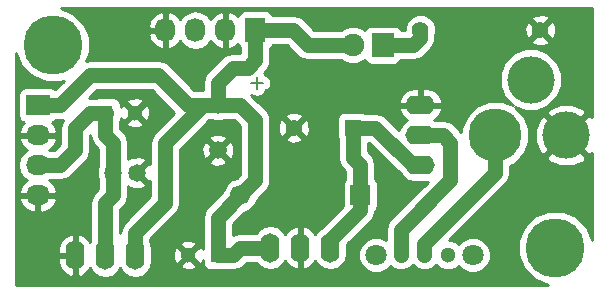
<source format=gtl>
G04 #@! TF.FileFunction,Copper,L1,Top,Signal*
%FSLAX46Y46*%
G04 Gerber Fmt 4.6, Leading zero omitted, Abs format (unit mm)*
G04 Created by KiCad (PCBNEW (2015-08-16 BZR 6097, Git b384c94)-product) date 11/6/2015 8:34:41 PM*
%MOMM*%
G01*
G04 APERTURE LIST*
%ADD10C,0.100000*%
%ADD11C,0.150000*%
%ADD12C,5.000000*%
%ADD13C,4.500000*%
%ADD14C,4.000000*%
%ADD15R,1.900000X2.000000*%
%ADD16C,1.900000*%
%ADD17C,1.300000*%
%ADD18C,1.800000*%
%ADD19R,1.400000X1.400000*%
%ADD20C,1.400000*%
%ADD21R,1.300000X1.300000*%
%ADD22C,1.699260*%
%ADD23R,1.699260X1.699260*%
%ADD24O,2.500000X1.600000*%
%ADD25O,1.600000X2.500000*%
%ADD26C,1.501140*%
%ADD27C,1.480820*%
%ADD28R,2.032000X1.727200*%
%ADD29O,2.032000X1.727200*%
%ADD30R,1.727200X2.032000*%
%ADD31O,1.727200X2.032000*%
%ADD32C,1.270000*%
%ADD33C,0.254000*%
G04 APERTURE END LIST*
D10*
D11*
X210185000Y-128270000D02*
X209169000Y-128270000D01*
X209677000Y-127762000D02*
X209677000Y-128778000D01*
X197700900Y-134289800D02*
X197700900Y-134589520D01*
X197700900Y-134289800D02*
X198000620Y-134289800D01*
X197401180Y-134289800D02*
X197700900Y-134289800D01*
X197700900Y-134289800D02*
X197700900Y-133990080D01*
D12*
X192405000Y-125095000D03*
X234950000Y-142240000D03*
D13*
X229870000Y-132715000D03*
D14*
X235870000Y-132715000D03*
X232870000Y-128015000D03*
D15*
X220345000Y-125095000D03*
D16*
X217805000Y-125095000D03*
D17*
X221865000Y-142875000D03*
X225865000Y-142875000D03*
D18*
X219765000Y-142875000D03*
X227965000Y-142875000D03*
D17*
X223865000Y-142875000D03*
D19*
X217805000Y-132080000D03*
D20*
X212805000Y-132080000D03*
D21*
X206375000Y-142875000D03*
D17*
X203875000Y-142875000D03*
D22*
X208279480Y-137797540D03*
D23*
X218439480Y-137797540D03*
D24*
X223520000Y-132715000D03*
X223520000Y-130175000D03*
X223520000Y-135255000D03*
D25*
X213360000Y-142240000D03*
X215900000Y-142240000D03*
X210820000Y-142240000D03*
D26*
X206375000Y-133985000D03*
X206375000Y-130175000D03*
D20*
X223520000Y-123825000D03*
X233680000Y-123825000D03*
D27*
X197500240Y-135890000D03*
X199501760Y-135890000D03*
D21*
X196850000Y-130810000D03*
D17*
X199350000Y-130810000D03*
D28*
X191135000Y-130175000D03*
D29*
X191135000Y-132715000D03*
X191135000Y-135255000D03*
X191135000Y-137795000D03*
D30*
X209550000Y-123825000D03*
D31*
X207010000Y-123825000D03*
X204470000Y-123825000D03*
X201930000Y-123825000D03*
D25*
X196850000Y-142875000D03*
X194310000Y-142875000D03*
X199390000Y-142875000D03*
D32*
X217805000Y-132080000D02*
X217805000Y-134620000D01*
X218439480Y-135254480D02*
X218439480Y-137797540D01*
X217805000Y-134620000D02*
X218439480Y-135254480D01*
X223520000Y-135255000D02*
X222885000Y-135255000D01*
X222885000Y-135255000D02*
X219710000Y-132080000D01*
X219710000Y-132080000D02*
X217805000Y-132080000D01*
X215900000Y-142240000D02*
X215900000Y-141605000D01*
X215900000Y-141605000D02*
X218439480Y-139065520D01*
X218439480Y-139065520D02*
X218439480Y-137797540D01*
X221865000Y-142875000D02*
X221865000Y-140720000D01*
X225425000Y-132715000D02*
X223520000Y-132715000D01*
X226060000Y-133350000D02*
X225425000Y-132715000D01*
X226060000Y-136525000D02*
X226060000Y-133350000D01*
X221865000Y-140720000D02*
X226060000Y-136525000D01*
X220345000Y-125095000D02*
X222885000Y-125095000D01*
X222885000Y-125095000D02*
X223520000Y-124460000D01*
X223520000Y-124460000D02*
X223520000Y-123825000D01*
X229870000Y-132715000D02*
X229870000Y-135890000D01*
X223865000Y-141895000D02*
X223865000Y-142875000D01*
X229870000Y-135890000D02*
X223865000Y-141895000D01*
X196850000Y-142875000D02*
X196850000Y-138430000D01*
X197500240Y-137779760D02*
X197500240Y-135890000D01*
X196850000Y-138430000D02*
X197500240Y-137779760D01*
X197500240Y-135890000D02*
X197500240Y-133365240D01*
X196850000Y-132715000D02*
X196850000Y-130810000D01*
X197500240Y-133365240D02*
X196850000Y-132715000D01*
X196850000Y-130810000D02*
X195580000Y-130810000D01*
X195580000Y-130810000D02*
X194310000Y-132080000D01*
X194310000Y-132080000D02*
X194310000Y-133985000D01*
X194310000Y-133985000D02*
X193040000Y-135255000D01*
X193040000Y-135255000D02*
X191135000Y-135255000D01*
X196865240Y-130825240D02*
X196850000Y-130810000D01*
X206375000Y-130175000D02*
X205105000Y-130175000D01*
X199390000Y-140970000D02*
X199390000Y-142875000D01*
X201930000Y-138430000D02*
X199390000Y-140970000D01*
X201930000Y-133350000D02*
X201930000Y-138430000D01*
X205105000Y-130175000D02*
X201930000Y-133350000D01*
X206375000Y-130175000D02*
X203835000Y-130175000D01*
X193040000Y-130175000D02*
X191135000Y-130175000D01*
X195580000Y-127635000D02*
X193040000Y-130175000D01*
X201295000Y-127635000D02*
X195580000Y-127635000D01*
X203835000Y-130175000D02*
X201295000Y-127635000D01*
X209550000Y-123825000D02*
X212725000Y-123825000D01*
X213995000Y-125095000D02*
X217805000Y-125095000D01*
X212725000Y-123825000D02*
X213995000Y-125095000D01*
X206375000Y-130175000D02*
X206375000Y-128270000D01*
X209550000Y-126365000D02*
X209550000Y-123825000D01*
X208915000Y-127000000D02*
X209550000Y-126365000D01*
X207645000Y-127000000D02*
X208915000Y-127000000D01*
X206375000Y-128270000D02*
X207645000Y-127000000D01*
X208279480Y-137797540D02*
X209550000Y-136527020D01*
X208280000Y-130175000D02*
X206375000Y-130175000D01*
X209550000Y-131445000D02*
X208280000Y-130175000D01*
X209550000Y-136527020D02*
X209550000Y-131445000D01*
X206375000Y-142875000D02*
X206375000Y-139702020D01*
X206375000Y-139702020D02*
X208279480Y-137797540D01*
X210820000Y-142240000D02*
X208280000Y-142240000D01*
X207645000Y-142875000D02*
X206375000Y-142875000D01*
X208280000Y-142240000D02*
X207645000Y-142875000D01*
D33*
G36*
X238075000Y-131216090D02*
X237745022Y-131019584D01*
X236049605Y-132715000D01*
X237745022Y-134410416D01*
X238075000Y-134213910D01*
X238075000Y-141593630D01*
X237609273Y-140466485D01*
X236728153Y-139583826D01*
X235576326Y-139105546D01*
X234329146Y-139104457D01*
X233176485Y-139580727D01*
X232293826Y-140461847D01*
X231815546Y-141613674D01*
X231814457Y-142860854D01*
X232290727Y-144013515D01*
X233171847Y-144896174D01*
X234300906Y-145365000D01*
X189280000Y-145365000D01*
X189280000Y-143002000D01*
X192875000Y-143002000D01*
X192875000Y-143452000D01*
X193032834Y-143991483D01*
X193385104Y-144429500D01*
X193878181Y-144699367D01*
X193960961Y-144716904D01*
X194183000Y-144594915D01*
X194183000Y-143002000D01*
X192875000Y-143002000D01*
X189280000Y-143002000D01*
X189280000Y-142298000D01*
X192875000Y-142298000D01*
X192875000Y-142748000D01*
X194183000Y-142748000D01*
X194183000Y-141155085D01*
X193960961Y-141033096D01*
X193878181Y-141050633D01*
X193385104Y-141320500D01*
X193032834Y-141758517D01*
X192875000Y-142298000D01*
X189280000Y-142298000D01*
X189280000Y-138154026D01*
X189527642Y-138154026D01*
X189530291Y-138169791D01*
X189784268Y-138697036D01*
X190220680Y-139086954D01*
X190773087Y-139280184D01*
X191008000Y-139135924D01*
X191008000Y-137922000D01*
X191262000Y-137922000D01*
X191262000Y-139135924D01*
X191496913Y-139280184D01*
X192049320Y-139086954D01*
X192485732Y-138697036D01*
X192739709Y-138169791D01*
X192742358Y-138154026D01*
X192621217Y-137922000D01*
X191262000Y-137922000D01*
X191008000Y-137922000D01*
X189648783Y-137922000D01*
X189527642Y-138154026D01*
X189280000Y-138154026D01*
X189280000Y-125741370D01*
X189745727Y-126868515D01*
X190626847Y-127751174D01*
X191778674Y-128229454D01*
X193025854Y-128230543D01*
X193302863Y-128116085D01*
X192581762Y-128837187D01*
X192402890Y-128714969D01*
X192151000Y-128663960D01*
X190119000Y-128663960D01*
X189883683Y-128708238D01*
X189667559Y-128847310D01*
X189522569Y-129059510D01*
X189471560Y-129311400D01*
X189471560Y-131038600D01*
X189515838Y-131273917D01*
X189654910Y-131490041D01*
X189867110Y-131635031D01*
X189961927Y-131654232D01*
X189784268Y-131812964D01*
X189530291Y-132340209D01*
X189527642Y-132355974D01*
X189648783Y-132588000D01*
X191008000Y-132588000D01*
X191008000Y-132568000D01*
X191262000Y-132568000D01*
X191262000Y-132588000D01*
X192621217Y-132588000D01*
X192742358Y-132355974D01*
X192739709Y-132340209D01*
X192485732Y-131812964D01*
X192310155Y-131656093D01*
X192386317Y-131641762D01*
X192602441Y-131502690D01*
X192641859Y-131445000D01*
X193039995Y-131445000D01*
X193040000Y-131445001D01*
X193266303Y-131399986D01*
X193136673Y-131593992D01*
X193039999Y-132080000D01*
X193040000Y-132080005D01*
X193040000Y-133458949D01*
X192513948Y-133985000D01*
X192073892Y-133985000D01*
X192485732Y-133617036D01*
X192739709Y-133089791D01*
X192742358Y-133074026D01*
X192621217Y-132842000D01*
X191262000Y-132842000D01*
X191262000Y-132862000D01*
X191008000Y-132862000D01*
X191008000Y-132842000D01*
X189648783Y-132842000D01*
X189527642Y-133074026D01*
X189530291Y-133089791D01*
X189784268Y-133617036D01*
X190200069Y-133988539D01*
X189890585Y-134195330D01*
X189565729Y-134681511D01*
X189451655Y-135255000D01*
X189565729Y-135828489D01*
X189890585Y-136314670D01*
X190200069Y-136521461D01*
X189784268Y-136892964D01*
X189530291Y-137420209D01*
X189527642Y-137435974D01*
X189648783Y-137668000D01*
X191008000Y-137668000D01*
X191008000Y-137648000D01*
X191262000Y-137648000D01*
X191262000Y-137668000D01*
X192621217Y-137668000D01*
X192742358Y-137435974D01*
X192739709Y-137420209D01*
X192485732Y-136892964D01*
X192073892Y-136525000D01*
X193039995Y-136525000D01*
X193040000Y-136525001D01*
X193526008Y-136428327D01*
X193938026Y-136153026D01*
X195208023Y-134883028D01*
X195208026Y-134883026D01*
X195483327Y-134471008D01*
X195580000Y-133985000D01*
X195580000Y-132715005D01*
X195676673Y-133201008D01*
X195951974Y-133613026D01*
X196230240Y-133891292D01*
X196230240Y-135361935D01*
X196125069Y-135615214D01*
X196124592Y-136162386D01*
X196230240Y-136418074D01*
X196230240Y-137253708D01*
X195951974Y-137531974D01*
X195676673Y-137943992D01*
X195579999Y-138430000D01*
X195580000Y-138430005D01*
X195580000Y-141749607D01*
X195234896Y-141320500D01*
X194741819Y-141050633D01*
X194659039Y-141033096D01*
X194437000Y-141155085D01*
X194437000Y-142748000D01*
X194457000Y-142748000D01*
X194457000Y-143002000D01*
X194437000Y-143002000D01*
X194437000Y-144594915D01*
X194659039Y-144716904D01*
X194741819Y-144699367D01*
X195234896Y-144429500D01*
X195582136Y-143997738D01*
X195835302Y-144376627D01*
X196300849Y-144687696D01*
X196850000Y-144796929D01*
X197399151Y-144687696D01*
X197864698Y-144376627D01*
X198120000Y-143994541D01*
X198375302Y-144376627D01*
X198840849Y-144687696D01*
X199390000Y-144796929D01*
X199939151Y-144687696D01*
X200404698Y-144376627D01*
X200715767Y-143911080D01*
X200743030Y-143774016D01*
X203155590Y-143774016D01*
X203211271Y-144004611D01*
X203694078Y-144172622D01*
X204204428Y-144143083D01*
X204538729Y-144004611D01*
X204594410Y-143774016D01*
X203875000Y-143054605D01*
X203155590Y-143774016D01*
X200743030Y-143774016D01*
X200825000Y-143361929D01*
X200825000Y-142694078D01*
X202577378Y-142694078D01*
X202606917Y-143204428D01*
X202745389Y-143538729D01*
X202975984Y-143594410D01*
X203695395Y-142875000D01*
X202975984Y-142155590D01*
X202745389Y-142211271D01*
X202577378Y-142694078D01*
X200825000Y-142694078D01*
X200825000Y-142388071D01*
X200743031Y-141975984D01*
X203155590Y-141975984D01*
X203875000Y-142695395D01*
X204594410Y-141975984D01*
X204538729Y-141745389D01*
X204055922Y-141577378D01*
X203545572Y-141606917D01*
X203211271Y-141745389D01*
X203155590Y-141975984D01*
X200743031Y-141975984D01*
X200715767Y-141838920D01*
X200660000Y-141755459D01*
X200660000Y-141496052D01*
X202828023Y-139328028D01*
X202828026Y-139328026D01*
X203103327Y-138916008D01*
X203200000Y-138430000D01*
X203200000Y-134956930D01*
X205582675Y-134956930D01*
X205650735Y-135197931D01*
X206170034Y-135382767D01*
X206720538Y-135354805D01*
X207099265Y-135197931D01*
X207167325Y-134956930D01*
X206375000Y-134164605D01*
X205582675Y-134956930D01*
X203200000Y-134956930D01*
X203200000Y-133876052D01*
X203296018Y-133780034D01*
X204977233Y-133780034D01*
X205005195Y-134330538D01*
X205162069Y-134709265D01*
X205403070Y-134777325D01*
X206195395Y-133985000D01*
X206554605Y-133985000D01*
X207346930Y-134777325D01*
X207587931Y-134709265D01*
X207772767Y-134189966D01*
X207744805Y-133639462D01*
X207587931Y-133260735D01*
X207346930Y-133192675D01*
X206554605Y-133985000D01*
X206195395Y-133985000D01*
X205403070Y-133192675D01*
X205162069Y-133260735D01*
X204977233Y-133780034D01*
X203296018Y-133780034D01*
X204062982Y-133013070D01*
X205582675Y-133013070D01*
X206375000Y-133805395D01*
X207167325Y-133013070D01*
X207099265Y-132772069D01*
X206579966Y-132587233D01*
X206029462Y-132615195D01*
X205650735Y-132772069D01*
X205582675Y-133013070D01*
X204062982Y-133013070D01*
X205631052Y-131445000D01*
X205820441Y-131445000D01*
X206098184Y-131560329D01*
X206649398Y-131560810D01*
X206929679Y-131445000D01*
X207753948Y-131445000D01*
X208280000Y-131971051D01*
X208280000Y-136000969D01*
X207956242Y-136324726D01*
X207439603Y-136538198D01*
X207021606Y-136955466D01*
X206805811Y-137475158D01*
X205476974Y-138803994D01*
X205201673Y-139216012D01*
X205104999Y-139702020D01*
X205105000Y-139702025D01*
X205105000Y-142089497D01*
X205077560Y-142225000D01*
X205077560Y-142387385D01*
X205004611Y-142211271D01*
X204774016Y-142155590D01*
X204054605Y-142875000D01*
X204774016Y-143594410D01*
X205004611Y-143538729D01*
X205077560Y-143329098D01*
X205077560Y-143525000D01*
X205121838Y-143760317D01*
X205260910Y-143976441D01*
X205473110Y-144121431D01*
X205725000Y-144172440D01*
X207025000Y-144172440D01*
X207170831Y-144145000D01*
X207644995Y-144145000D01*
X207645000Y-144145001D01*
X208131008Y-144048327D01*
X208543026Y-143773026D01*
X208806052Y-143510000D01*
X209650534Y-143510000D01*
X209805302Y-143741627D01*
X210270849Y-144052696D01*
X210820000Y-144161929D01*
X211369151Y-144052696D01*
X211834698Y-143741627D01*
X212087864Y-143362738D01*
X212435104Y-143794500D01*
X212928181Y-144064367D01*
X213010961Y-144081904D01*
X213233000Y-143959915D01*
X213233000Y-142367000D01*
X213213000Y-142367000D01*
X213213000Y-142113000D01*
X213233000Y-142113000D01*
X213233000Y-140520085D01*
X213487000Y-140520085D01*
X213487000Y-142113000D01*
X213507000Y-142113000D01*
X213507000Y-142367000D01*
X213487000Y-142367000D01*
X213487000Y-143959915D01*
X213709039Y-144081904D01*
X213791819Y-144064367D01*
X214284896Y-143794500D01*
X214632136Y-143362738D01*
X214885302Y-143741627D01*
X215350849Y-144052696D01*
X215900000Y-144161929D01*
X216449151Y-144052696D01*
X216914698Y-143741627D01*
X217225767Y-143276080D01*
X217335000Y-142726929D01*
X217335000Y-141966052D01*
X219337506Y-139963546D01*
X219612807Y-139551528D01*
X219694486Y-139140902D01*
X219740551Y-139111260D01*
X219885541Y-138899060D01*
X219936550Y-138647170D01*
X219936550Y-136947910D01*
X219892272Y-136712593D01*
X219753200Y-136496469D01*
X219709480Y-136466596D01*
X219709480Y-135254480D01*
X219612807Y-134768472D01*
X219337506Y-134356454D01*
X219337503Y-134356452D01*
X219075000Y-134093949D01*
X219075000Y-133350000D01*
X219183948Y-133350000D01*
X221846661Y-136012713D01*
X222018373Y-136269698D01*
X222483920Y-136580767D01*
X223033071Y-136690000D01*
X224006929Y-136690000D01*
X224121797Y-136667151D01*
X220966974Y-139821974D01*
X220691673Y-140233992D01*
X220594999Y-140720000D01*
X220595000Y-140720005D01*
X220595000Y-141557573D01*
X220071670Y-141340267D01*
X219461009Y-141339735D01*
X218896629Y-141572932D01*
X218464449Y-142004357D01*
X218230267Y-142568330D01*
X218229735Y-143178991D01*
X218462932Y-143743371D01*
X218894357Y-144175551D01*
X219458330Y-144409733D01*
X220068991Y-144410265D01*
X220633371Y-144177068D01*
X220991869Y-143819196D01*
X221136155Y-143963735D01*
X221608276Y-144159777D01*
X222119481Y-144160223D01*
X222591943Y-143965005D01*
X222865160Y-143692266D01*
X223136155Y-143963735D01*
X223608276Y-144159777D01*
X224119481Y-144160223D01*
X224591943Y-143965005D01*
X224865160Y-143692266D01*
X225136155Y-143963735D01*
X225608276Y-144159777D01*
X226119481Y-144160223D01*
X226591943Y-143965005D01*
X226738316Y-143818887D01*
X227094357Y-144175551D01*
X227658330Y-144409733D01*
X228268991Y-144410265D01*
X228833371Y-144177068D01*
X229265551Y-143745643D01*
X229499733Y-143181670D01*
X229500265Y-142571009D01*
X229267068Y-142006629D01*
X228835643Y-141574449D01*
X228271670Y-141340267D01*
X227661009Y-141339735D01*
X227096629Y-141572932D01*
X226738131Y-141930804D01*
X226593845Y-141786265D01*
X226121724Y-141590223D01*
X225965965Y-141590087D01*
X230768023Y-136788028D01*
X230768026Y-136788026D01*
X231043327Y-136376008D01*
X231140000Y-135890000D01*
X231140000Y-135311821D01*
X231502086Y-135162210D01*
X232075273Y-134590022D01*
X234174584Y-134590022D01*
X234395353Y-134960743D01*
X235367012Y-135354119D01*
X236415247Y-135345713D01*
X237344647Y-134960743D01*
X237565416Y-134590022D01*
X235870000Y-132894605D01*
X234174584Y-134590022D01*
X232075273Y-134590022D01*
X232314357Y-134351355D01*
X232754498Y-133291380D01*
X232755439Y-132212012D01*
X233230881Y-132212012D01*
X233239287Y-133260247D01*
X233624257Y-134189647D01*
X233994978Y-134410416D01*
X235690395Y-132715000D01*
X233994978Y-131019584D01*
X233624257Y-131240353D01*
X233230881Y-132212012D01*
X232755439Y-132212012D01*
X232755499Y-132143656D01*
X232317210Y-131082914D01*
X232074698Y-130839978D01*
X234174584Y-130839978D01*
X235870000Y-132535395D01*
X237565416Y-130839978D01*
X237344647Y-130469257D01*
X236372988Y-130075881D01*
X235324753Y-130084287D01*
X234395353Y-130469257D01*
X234174584Y-130839978D01*
X232074698Y-130839978D01*
X231559651Y-130324032D01*
X232343567Y-130649542D01*
X233391834Y-130650457D01*
X234360658Y-130250147D01*
X235102542Y-129509557D01*
X235504542Y-128541433D01*
X235505457Y-127493166D01*
X235105147Y-126524342D01*
X234364557Y-125782458D01*
X233396433Y-125380458D01*
X232348166Y-125379543D01*
X231379342Y-125779853D01*
X230637458Y-126520443D01*
X230235458Y-127488567D01*
X230234543Y-128536834D01*
X230634853Y-129505658D01*
X231322147Y-130194153D01*
X230446380Y-129830502D01*
X229298656Y-129829501D01*
X228237914Y-130267790D01*
X227425643Y-131078645D01*
X226985502Y-132138620D01*
X226985193Y-132492633D01*
X226958026Y-132451974D01*
X226958023Y-132451972D01*
X226323026Y-131816974D01*
X225911008Y-131541673D01*
X225425000Y-131444999D01*
X225424995Y-131445000D01*
X224645393Y-131445000D01*
X225074500Y-131099896D01*
X225344367Y-130606819D01*
X225361904Y-130524039D01*
X225239915Y-130302000D01*
X223647000Y-130302000D01*
X223647000Y-130322000D01*
X223393000Y-130322000D01*
X223393000Y-130302000D01*
X221800085Y-130302000D01*
X221678096Y-130524039D01*
X221695633Y-130606819D01*
X221965500Y-131099896D01*
X222397262Y-131447136D01*
X222018373Y-131700302D01*
X221707304Y-132165849D01*
X221688157Y-132262105D01*
X220608026Y-131181974D01*
X220196008Y-130906673D01*
X219710000Y-130809999D01*
X219709995Y-130810000D01*
X218795573Y-130810000D01*
X218756890Y-130783569D01*
X218505000Y-130732560D01*
X217105000Y-130732560D01*
X216869683Y-130776838D01*
X216653559Y-130915910D01*
X216508569Y-131128110D01*
X216457560Y-131380000D01*
X216457560Y-132780000D01*
X216501838Y-133015317D01*
X216535000Y-133066852D01*
X216535000Y-134619995D01*
X216534999Y-134620000D01*
X216631673Y-135106008D01*
X216906974Y-135518026D01*
X217169480Y-135780532D01*
X217169480Y-136463826D01*
X217138409Y-136483820D01*
X216993419Y-136696020D01*
X216942410Y-136947910D01*
X216942410Y-138647170D01*
X216961314Y-138747634D01*
X215142287Y-140566661D01*
X214885302Y-140738373D01*
X214632136Y-141117262D01*
X214284896Y-140685500D01*
X213791819Y-140415633D01*
X213709039Y-140398096D01*
X213487000Y-140520085D01*
X213233000Y-140520085D01*
X213010961Y-140398096D01*
X212928181Y-140415633D01*
X212435104Y-140685500D01*
X212087864Y-141117262D01*
X211834698Y-140738373D01*
X211369151Y-140427304D01*
X210820000Y-140318071D01*
X210270849Y-140427304D01*
X209805302Y-140738373D01*
X209650534Y-140970000D01*
X208280005Y-140970000D01*
X208280000Y-140969999D01*
X207815956Y-141062304D01*
X207793992Y-141066673D01*
X207645000Y-141166226D01*
X207645000Y-140228072D01*
X208602717Y-139270354D01*
X209119357Y-139056882D01*
X209537354Y-138639614D01*
X209753149Y-138119922D01*
X210448023Y-137425048D01*
X210448026Y-137425046D01*
X210723327Y-137013028D01*
X210745906Y-136899515D01*
X210820001Y-136527020D01*
X210820000Y-136527015D01*
X210820000Y-133015275D01*
X212049331Y-133015275D01*
X212111169Y-133251042D01*
X212612122Y-133427419D01*
X213142440Y-133398664D01*
X213498831Y-133251042D01*
X213560669Y-133015275D01*
X212805000Y-132259605D01*
X212049331Y-133015275D01*
X210820000Y-133015275D01*
X210820000Y-131887122D01*
X211457581Y-131887122D01*
X211486336Y-132417440D01*
X211633958Y-132773831D01*
X211869725Y-132835669D01*
X212625395Y-132080000D01*
X212984605Y-132080000D01*
X213740275Y-132835669D01*
X213976042Y-132773831D01*
X214152419Y-132272878D01*
X214123664Y-131742560D01*
X213976042Y-131386169D01*
X213740275Y-131324331D01*
X212984605Y-132080000D01*
X212625395Y-132080000D01*
X211869725Y-131324331D01*
X211633958Y-131386169D01*
X211457581Y-131887122D01*
X210820000Y-131887122D01*
X210820000Y-131445000D01*
X210760272Y-131144725D01*
X212049331Y-131144725D01*
X212805000Y-131900395D01*
X213560669Y-131144725D01*
X213498831Y-130908958D01*
X212997878Y-130732581D01*
X212467560Y-130761336D01*
X212111169Y-130908958D01*
X212049331Y-131144725D01*
X210760272Y-131144725D01*
X210723327Y-130958992D01*
X210448026Y-130546974D01*
X210448023Y-130546972D01*
X209727013Y-129825961D01*
X221678096Y-129825961D01*
X221800085Y-130048000D01*
X223393000Y-130048000D01*
X223393000Y-128740000D01*
X223647000Y-128740000D01*
X223647000Y-130048000D01*
X225239915Y-130048000D01*
X225361904Y-129825961D01*
X225344367Y-129743181D01*
X225074500Y-129250104D01*
X224636483Y-128897834D01*
X224097000Y-128740000D01*
X223647000Y-128740000D01*
X223393000Y-128740000D01*
X222943000Y-128740000D01*
X222403517Y-128897834D01*
X221965500Y-129250104D01*
X221695633Y-129743181D01*
X221678096Y-129825961D01*
X209727013Y-129825961D01*
X209193470Y-129292418D01*
X209405295Y-129433954D01*
X209677000Y-129488000D01*
X209948705Y-129433954D01*
X210179046Y-129280046D01*
X210332954Y-129049705D01*
X210353486Y-128946486D01*
X210456705Y-128925954D01*
X210687046Y-128772046D01*
X210840954Y-128541705D01*
X210895000Y-128270000D01*
X210840954Y-127998295D01*
X210687046Y-127767954D01*
X210456705Y-127614046D01*
X210353486Y-127593514D01*
X210332954Y-127490295D01*
X210288014Y-127423037D01*
X210448023Y-127263028D01*
X210448026Y-127263026D01*
X210723327Y-126851008D01*
X210757398Y-126679724D01*
X210820001Y-126365000D01*
X210820000Y-126364995D01*
X210820000Y-125334073D01*
X210865041Y-125305090D01*
X211008589Y-125095000D01*
X212198948Y-125095000D01*
X213096972Y-125993023D01*
X213096974Y-125993026D01*
X213508992Y-126268327D01*
X213995000Y-126365000D01*
X216833210Y-126365000D01*
X216905997Y-126437914D01*
X217488341Y-126679724D01*
X218118893Y-126680275D01*
X218701657Y-126439481D01*
X218799337Y-126341971D01*
X218930910Y-126546441D01*
X219143110Y-126691431D01*
X219395000Y-126742440D01*
X221295000Y-126742440D01*
X221530317Y-126698162D01*
X221746441Y-126559090D01*
X221879057Y-126365000D01*
X222884995Y-126365000D01*
X222885000Y-126365001D01*
X223371008Y-126268327D01*
X223783026Y-125993026D01*
X224418023Y-125358028D01*
X224418026Y-125358026D01*
X224693327Y-124946008D01*
X224730271Y-124760275D01*
X232924331Y-124760275D01*
X232986169Y-124996042D01*
X233487122Y-125172419D01*
X234017440Y-125143664D01*
X234373831Y-124996042D01*
X234435669Y-124760275D01*
X233680000Y-124004605D01*
X232924331Y-124760275D01*
X224730271Y-124760275D01*
X224790001Y-124460000D01*
X224790000Y-124459995D01*
X224790000Y-124247691D01*
X224854768Y-124091713D01*
X224855168Y-123632122D01*
X232332581Y-123632122D01*
X232361336Y-124162440D01*
X232508958Y-124518831D01*
X232744725Y-124580669D01*
X233500395Y-123825000D01*
X233859605Y-123825000D01*
X234615275Y-124580669D01*
X234851042Y-124518831D01*
X235027419Y-124017878D01*
X234998664Y-123487560D01*
X234851042Y-123131169D01*
X234615275Y-123069331D01*
X233859605Y-123825000D01*
X233500395Y-123825000D01*
X232744725Y-123069331D01*
X232508958Y-123131169D01*
X232332581Y-123632122D01*
X224855168Y-123632122D01*
X224855231Y-123560617D01*
X224652418Y-123069771D01*
X224472686Y-122889725D01*
X232924331Y-122889725D01*
X233680000Y-123645395D01*
X234435669Y-122889725D01*
X234373831Y-122653958D01*
X233872878Y-122477581D01*
X233342560Y-122506336D01*
X232986169Y-122653958D01*
X232924331Y-122889725D01*
X224472686Y-122889725D01*
X224277204Y-122693902D01*
X223786713Y-122490232D01*
X223255617Y-122489769D01*
X222764771Y-122692582D01*
X222388902Y-123067796D01*
X222185232Y-123558287D01*
X222184999Y-123825000D01*
X221875844Y-123825000D01*
X221759090Y-123643559D01*
X221546890Y-123498569D01*
X221295000Y-123447560D01*
X219395000Y-123447560D01*
X219159683Y-123491838D01*
X218943559Y-123630910D01*
X218798569Y-123843110D01*
X218797945Y-123846192D01*
X218704003Y-123752086D01*
X218121659Y-123510276D01*
X217491107Y-123509725D01*
X216908343Y-123750519D01*
X216833732Y-123825000D01*
X214521051Y-123825000D01*
X213623026Y-122926974D01*
X213211008Y-122651673D01*
X212725000Y-122554999D01*
X212724995Y-122555000D01*
X211004740Y-122555000D01*
X210877690Y-122357559D01*
X210665490Y-122212569D01*
X210413600Y-122161560D01*
X208686400Y-122161560D01*
X208451083Y-122205838D01*
X208234959Y-122344910D01*
X208089969Y-122557110D01*
X208070768Y-122651927D01*
X207912036Y-122474268D01*
X207384791Y-122220291D01*
X207369026Y-122217642D01*
X207137000Y-122338783D01*
X207137000Y-123698000D01*
X207157000Y-123698000D01*
X207157000Y-123952000D01*
X207137000Y-123952000D01*
X207137000Y-125311217D01*
X207369026Y-125432358D01*
X207384791Y-125429709D01*
X207912036Y-125175732D01*
X208068907Y-125000155D01*
X208083238Y-125076317D01*
X208222310Y-125292441D01*
X208280000Y-125331859D01*
X208280000Y-125730000D01*
X207645000Y-125730000D01*
X207158992Y-125826673D01*
X206746974Y-126101974D01*
X206746972Y-126101977D01*
X205476974Y-127371974D01*
X205201673Y-127783992D01*
X205104999Y-128270000D01*
X205105000Y-128270005D01*
X205105000Y-128904999D01*
X205104995Y-128905000D01*
X204361051Y-128905000D01*
X202193026Y-126736974D01*
X201781008Y-126461673D01*
X201295000Y-126364999D01*
X201294995Y-126365000D01*
X195580000Y-126365000D01*
X195244464Y-126431742D01*
X195539454Y-125721326D01*
X195540543Y-124474146D01*
X195421861Y-124186913D01*
X200444816Y-124186913D01*
X200638046Y-124739320D01*
X201027964Y-125175732D01*
X201555209Y-125429709D01*
X201570974Y-125432358D01*
X201803000Y-125311217D01*
X201803000Y-123952000D01*
X200589076Y-123952000D01*
X200444816Y-124186913D01*
X195421861Y-124186913D01*
X195122782Y-123463087D01*
X200444816Y-123463087D01*
X200589076Y-123698000D01*
X201803000Y-123698000D01*
X201803000Y-122338783D01*
X202057000Y-122338783D01*
X202057000Y-123698000D01*
X202077000Y-123698000D01*
X202077000Y-123952000D01*
X202057000Y-123952000D01*
X202057000Y-125311217D01*
X202289026Y-125432358D01*
X202304791Y-125429709D01*
X202832036Y-125175732D01*
X203203539Y-124759931D01*
X203410330Y-125069415D01*
X203896511Y-125394271D01*
X204470000Y-125508345D01*
X205043489Y-125394271D01*
X205529670Y-125069415D01*
X205736461Y-124759931D01*
X206107964Y-125175732D01*
X206635209Y-125429709D01*
X206650974Y-125432358D01*
X206883000Y-125311217D01*
X206883000Y-123952000D01*
X206863000Y-123952000D01*
X206863000Y-123698000D01*
X206883000Y-123698000D01*
X206883000Y-122338783D01*
X206650974Y-122217642D01*
X206635209Y-122220291D01*
X206107964Y-122474268D01*
X205736461Y-122890069D01*
X205529670Y-122580585D01*
X205043489Y-122255729D01*
X204470000Y-122141655D01*
X203896511Y-122255729D01*
X203410330Y-122580585D01*
X203203539Y-122890069D01*
X202832036Y-122474268D01*
X202304791Y-122220291D01*
X202289026Y-122217642D01*
X202057000Y-122338783D01*
X201803000Y-122338783D01*
X201570974Y-122217642D01*
X201555209Y-122220291D01*
X201027964Y-122474268D01*
X200638046Y-122910680D01*
X200444816Y-123463087D01*
X195122782Y-123463087D01*
X195064273Y-123321485D01*
X194183153Y-122438826D01*
X193054094Y-121970000D01*
X238075000Y-121970000D01*
X238075000Y-131216090D01*
X238075000Y-131216090D01*
G37*
X238075000Y-131216090D02*
X237745022Y-131019584D01*
X236049605Y-132715000D01*
X237745022Y-134410416D01*
X238075000Y-134213910D01*
X238075000Y-141593630D01*
X237609273Y-140466485D01*
X236728153Y-139583826D01*
X235576326Y-139105546D01*
X234329146Y-139104457D01*
X233176485Y-139580727D01*
X232293826Y-140461847D01*
X231815546Y-141613674D01*
X231814457Y-142860854D01*
X232290727Y-144013515D01*
X233171847Y-144896174D01*
X234300906Y-145365000D01*
X189280000Y-145365000D01*
X189280000Y-143002000D01*
X192875000Y-143002000D01*
X192875000Y-143452000D01*
X193032834Y-143991483D01*
X193385104Y-144429500D01*
X193878181Y-144699367D01*
X193960961Y-144716904D01*
X194183000Y-144594915D01*
X194183000Y-143002000D01*
X192875000Y-143002000D01*
X189280000Y-143002000D01*
X189280000Y-142298000D01*
X192875000Y-142298000D01*
X192875000Y-142748000D01*
X194183000Y-142748000D01*
X194183000Y-141155085D01*
X193960961Y-141033096D01*
X193878181Y-141050633D01*
X193385104Y-141320500D01*
X193032834Y-141758517D01*
X192875000Y-142298000D01*
X189280000Y-142298000D01*
X189280000Y-138154026D01*
X189527642Y-138154026D01*
X189530291Y-138169791D01*
X189784268Y-138697036D01*
X190220680Y-139086954D01*
X190773087Y-139280184D01*
X191008000Y-139135924D01*
X191008000Y-137922000D01*
X191262000Y-137922000D01*
X191262000Y-139135924D01*
X191496913Y-139280184D01*
X192049320Y-139086954D01*
X192485732Y-138697036D01*
X192739709Y-138169791D01*
X192742358Y-138154026D01*
X192621217Y-137922000D01*
X191262000Y-137922000D01*
X191008000Y-137922000D01*
X189648783Y-137922000D01*
X189527642Y-138154026D01*
X189280000Y-138154026D01*
X189280000Y-125741370D01*
X189745727Y-126868515D01*
X190626847Y-127751174D01*
X191778674Y-128229454D01*
X193025854Y-128230543D01*
X193302863Y-128116085D01*
X192581762Y-128837187D01*
X192402890Y-128714969D01*
X192151000Y-128663960D01*
X190119000Y-128663960D01*
X189883683Y-128708238D01*
X189667559Y-128847310D01*
X189522569Y-129059510D01*
X189471560Y-129311400D01*
X189471560Y-131038600D01*
X189515838Y-131273917D01*
X189654910Y-131490041D01*
X189867110Y-131635031D01*
X189961927Y-131654232D01*
X189784268Y-131812964D01*
X189530291Y-132340209D01*
X189527642Y-132355974D01*
X189648783Y-132588000D01*
X191008000Y-132588000D01*
X191008000Y-132568000D01*
X191262000Y-132568000D01*
X191262000Y-132588000D01*
X192621217Y-132588000D01*
X192742358Y-132355974D01*
X192739709Y-132340209D01*
X192485732Y-131812964D01*
X192310155Y-131656093D01*
X192386317Y-131641762D01*
X192602441Y-131502690D01*
X192641859Y-131445000D01*
X193039995Y-131445000D01*
X193040000Y-131445001D01*
X193266303Y-131399986D01*
X193136673Y-131593992D01*
X193039999Y-132080000D01*
X193040000Y-132080005D01*
X193040000Y-133458949D01*
X192513948Y-133985000D01*
X192073892Y-133985000D01*
X192485732Y-133617036D01*
X192739709Y-133089791D01*
X192742358Y-133074026D01*
X192621217Y-132842000D01*
X191262000Y-132842000D01*
X191262000Y-132862000D01*
X191008000Y-132862000D01*
X191008000Y-132842000D01*
X189648783Y-132842000D01*
X189527642Y-133074026D01*
X189530291Y-133089791D01*
X189784268Y-133617036D01*
X190200069Y-133988539D01*
X189890585Y-134195330D01*
X189565729Y-134681511D01*
X189451655Y-135255000D01*
X189565729Y-135828489D01*
X189890585Y-136314670D01*
X190200069Y-136521461D01*
X189784268Y-136892964D01*
X189530291Y-137420209D01*
X189527642Y-137435974D01*
X189648783Y-137668000D01*
X191008000Y-137668000D01*
X191008000Y-137648000D01*
X191262000Y-137648000D01*
X191262000Y-137668000D01*
X192621217Y-137668000D01*
X192742358Y-137435974D01*
X192739709Y-137420209D01*
X192485732Y-136892964D01*
X192073892Y-136525000D01*
X193039995Y-136525000D01*
X193040000Y-136525001D01*
X193526008Y-136428327D01*
X193938026Y-136153026D01*
X195208023Y-134883028D01*
X195208026Y-134883026D01*
X195483327Y-134471008D01*
X195580000Y-133985000D01*
X195580000Y-132715005D01*
X195676673Y-133201008D01*
X195951974Y-133613026D01*
X196230240Y-133891292D01*
X196230240Y-135361935D01*
X196125069Y-135615214D01*
X196124592Y-136162386D01*
X196230240Y-136418074D01*
X196230240Y-137253708D01*
X195951974Y-137531974D01*
X195676673Y-137943992D01*
X195579999Y-138430000D01*
X195580000Y-138430005D01*
X195580000Y-141749607D01*
X195234896Y-141320500D01*
X194741819Y-141050633D01*
X194659039Y-141033096D01*
X194437000Y-141155085D01*
X194437000Y-142748000D01*
X194457000Y-142748000D01*
X194457000Y-143002000D01*
X194437000Y-143002000D01*
X194437000Y-144594915D01*
X194659039Y-144716904D01*
X194741819Y-144699367D01*
X195234896Y-144429500D01*
X195582136Y-143997738D01*
X195835302Y-144376627D01*
X196300849Y-144687696D01*
X196850000Y-144796929D01*
X197399151Y-144687696D01*
X197864698Y-144376627D01*
X198120000Y-143994541D01*
X198375302Y-144376627D01*
X198840849Y-144687696D01*
X199390000Y-144796929D01*
X199939151Y-144687696D01*
X200404698Y-144376627D01*
X200715767Y-143911080D01*
X200743030Y-143774016D01*
X203155590Y-143774016D01*
X203211271Y-144004611D01*
X203694078Y-144172622D01*
X204204428Y-144143083D01*
X204538729Y-144004611D01*
X204594410Y-143774016D01*
X203875000Y-143054605D01*
X203155590Y-143774016D01*
X200743030Y-143774016D01*
X200825000Y-143361929D01*
X200825000Y-142694078D01*
X202577378Y-142694078D01*
X202606917Y-143204428D01*
X202745389Y-143538729D01*
X202975984Y-143594410D01*
X203695395Y-142875000D01*
X202975984Y-142155590D01*
X202745389Y-142211271D01*
X202577378Y-142694078D01*
X200825000Y-142694078D01*
X200825000Y-142388071D01*
X200743031Y-141975984D01*
X203155590Y-141975984D01*
X203875000Y-142695395D01*
X204594410Y-141975984D01*
X204538729Y-141745389D01*
X204055922Y-141577378D01*
X203545572Y-141606917D01*
X203211271Y-141745389D01*
X203155590Y-141975984D01*
X200743031Y-141975984D01*
X200715767Y-141838920D01*
X200660000Y-141755459D01*
X200660000Y-141496052D01*
X202828023Y-139328028D01*
X202828026Y-139328026D01*
X203103327Y-138916008D01*
X203200000Y-138430000D01*
X203200000Y-134956930D01*
X205582675Y-134956930D01*
X205650735Y-135197931D01*
X206170034Y-135382767D01*
X206720538Y-135354805D01*
X207099265Y-135197931D01*
X207167325Y-134956930D01*
X206375000Y-134164605D01*
X205582675Y-134956930D01*
X203200000Y-134956930D01*
X203200000Y-133876052D01*
X203296018Y-133780034D01*
X204977233Y-133780034D01*
X205005195Y-134330538D01*
X205162069Y-134709265D01*
X205403070Y-134777325D01*
X206195395Y-133985000D01*
X206554605Y-133985000D01*
X207346930Y-134777325D01*
X207587931Y-134709265D01*
X207772767Y-134189966D01*
X207744805Y-133639462D01*
X207587931Y-133260735D01*
X207346930Y-133192675D01*
X206554605Y-133985000D01*
X206195395Y-133985000D01*
X205403070Y-133192675D01*
X205162069Y-133260735D01*
X204977233Y-133780034D01*
X203296018Y-133780034D01*
X204062982Y-133013070D01*
X205582675Y-133013070D01*
X206375000Y-133805395D01*
X207167325Y-133013070D01*
X207099265Y-132772069D01*
X206579966Y-132587233D01*
X206029462Y-132615195D01*
X205650735Y-132772069D01*
X205582675Y-133013070D01*
X204062982Y-133013070D01*
X205631052Y-131445000D01*
X205820441Y-131445000D01*
X206098184Y-131560329D01*
X206649398Y-131560810D01*
X206929679Y-131445000D01*
X207753948Y-131445000D01*
X208280000Y-131971051D01*
X208280000Y-136000969D01*
X207956242Y-136324726D01*
X207439603Y-136538198D01*
X207021606Y-136955466D01*
X206805811Y-137475158D01*
X205476974Y-138803994D01*
X205201673Y-139216012D01*
X205104999Y-139702020D01*
X205105000Y-139702025D01*
X205105000Y-142089497D01*
X205077560Y-142225000D01*
X205077560Y-142387385D01*
X205004611Y-142211271D01*
X204774016Y-142155590D01*
X204054605Y-142875000D01*
X204774016Y-143594410D01*
X205004611Y-143538729D01*
X205077560Y-143329098D01*
X205077560Y-143525000D01*
X205121838Y-143760317D01*
X205260910Y-143976441D01*
X205473110Y-144121431D01*
X205725000Y-144172440D01*
X207025000Y-144172440D01*
X207170831Y-144145000D01*
X207644995Y-144145000D01*
X207645000Y-144145001D01*
X208131008Y-144048327D01*
X208543026Y-143773026D01*
X208806052Y-143510000D01*
X209650534Y-143510000D01*
X209805302Y-143741627D01*
X210270849Y-144052696D01*
X210820000Y-144161929D01*
X211369151Y-144052696D01*
X211834698Y-143741627D01*
X212087864Y-143362738D01*
X212435104Y-143794500D01*
X212928181Y-144064367D01*
X213010961Y-144081904D01*
X213233000Y-143959915D01*
X213233000Y-142367000D01*
X213213000Y-142367000D01*
X213213000Y-142113000D01*
X213233000Y-142113000D01*
X213233000Y-140520085D01*
X213487000Y-140520085D01*
X213487000Y-142113000D01*
X213507000Y-142113000D01*
X213507000Y-142367000D01*
X213487000Y-142367000D01*
X213487000Y-143959915D01*
X213709039Y-144081904D01*
X213791819Y-144064367D01*
X214284896Y-143794500D01*
X214632136Y-143362738D01*
X214885302Y-143741627D01*
X215350849Y-144052696D01*
X215900000Y-144161929D01*
X216449151Y-144052696D01*
X216914698Y-143741627D01*
X217225767Y-143276080D01*
X217335000Y-142726929D01*
X217335000Y-141966052D01*
X219337506Y-139963546D01*
X219612807Y-139551528D01*
X219694486Y-139140902D01*
X219740551Y-139111260D01*
X219885541Y-138899060D01*
X219936550Y-138647170D01*
X219936550Y-136947910D01*
X219892272Y-136712593D01*
X219753200Y-136496469D01*
X219709480Y-136466596D01*
X219709480Y-135254480D01*
X219612807Y-134768472D01*
X219337506Y-134356454D01*
X219337503Y-134356452D01*
X219075000Y-134093949D01*
X219075000Y-133350000D01*
X219183948Y-133350000D01*
X221846661Y-136012713D01*
X222018373Y-136269698D01*
X222483920Y-136580767D01*
X223033071Y-136690000D01*
X224006929Y-136690000D01*
X224121797Y-136667151D01*
X220966974Y-139821974D01*
X220691673Y-140233992D01*
X220594999Y-140720000D01*
X220595000Y-140720005D01*
X220595000Y-141557573D01*
X220071670Y-141340267D01*
X219461009Y-141339735D01*
X218896629Y-141572932D01*
X218464449Y-142004357D01*
X218230267Y-142568330D01*
X218229735Y-143178991D01*
X218462932Y-143743371D01*
X218894357Y-144175551D01*
X219458330Y-144409733D01*
X220068991Y-144410265D01*
X220633371Y-144177068D01*
X220991869Y-143819196D01*
X221136155Y-143963735D01*
X221608276Y-144159777D01*
X222119481Y-144160223D01*
X222591943Y-143965005D01*
X222865160Y-143692266D01*
X223136155Y-143963735D01*
X223608276Y-144159777D01*
X224119481Y-144160223D01*
X224591943Y-143965005D01*
X224865160Y-143692266D01*
X225136155Y-143963735D01*
X225608276Y-144159777D01*
X226119481Y-144160223D01*
X226591943Y-143965005D01*
X226738316Y-143818887D01*
X227094357Y-144175551D01*
X227658330Y-144409733D01*
X228268991Y-144410265D01*
X228833371Y-144177068D01*
X229265551Y-143745643D01*
X229499733Y-143181670D01*
X229500265Y-142571009D01*
X229267068Y-142006629D01*
X228835643Y-141574449D01*
X228271670Y-141340267D01*
X227661009Y-141339735D01*
X227096629Y-141572932D01*
X226738131Y-141930804D01*
X226593845Y-141786265D01*
X226121724Y-141590223D01*
X225965965Y-141590087D01*
X230768023Y-136788028D01*
X230768026Y-136788026D01*
X231043327Y-136376008D01*
X231140000Y-135890000D01*
X231140000Y-135311821D01*
X231502086Y-135162210D01*
X232075273Y-134590022D01*
X234174584Y-134590022D01*
X234395353Y-134960743D01*
X235367012Y-135354119D01*
X236415247Y-135345713D01*
X237344647Y-134960743D01*
X237565416Y-134590022D01*
X235870000Y-132894605D01*
X234174584Y-134590022D01*
X232075273Y-134590022D01*
X232314357Y-134351355D01*
X232754498Y-133291380D01*
X232755439Y-132212012D01*
X233230881Y-132212012D01*
X233239287Y-133260247D01*
X233624257Y-134189647D01*
X233994978Y-134410416D01*
X235690395Y-132715000D01*
X233994978Y-131019584D01*
X233624257Y-131240353D01*
X233230881Y-132212012D01*
X232755439Y-132212012D01*
X232755499Y-132143656D01*
X232317210Y-131082914D01*
X232074698Y-130839978D01*
X234174584Y-130839978D01*
X235870000Y-132535395D01*
X237565416Y-130839978D01*
X237344647Y-130469257D01*
X236372988Y-130075881D01*
X235324753Y-130084287D01*
X234395353Y-130469257D01*
X234174584Y-130839978D01*
X232074698Y-130839978D01*
X231559651Y-130324032D01*
X232343567Y-130649542D01*
X233391834Y-130650457D01*
X234360658Y-130250147D01*
X235102542Y-129509557D01*
X235504542Y-128541433D01*
X235505457Y-127493166D01*
X235105147Y-126524342D01*
X234364557Y-125782458D01*
X233396433Y-125380458D01*
X232348166Y-125379543D01*
X231379342Y-125779853D01*
X230637458Y-126520443D01*
X230235458Y-127488567D01*
X230234543Y-128536834D01*
X230634853Y-129505658D01*
X231322147Y-130194153D01*
X230446380Y-129830502D01*
X229298656Y-129829501D01*
X228237914Y-130267790D01*
X227425643Y-131078645D01*
X226985502Y-132138620D01*
X226985193Y-132492633D01*
X226958026Y-132451974D01*
X226958023Y-132451972D01*
X226323026Y-131816974D01*
X225911008Y-131541673D01*
X225425000Y-131444999D01*
X225424995Y-131445000D01*
X224645393Y-131445000D01*
X225074500Y-131099896D01*
X225344367Y-130606819D01*
X225361904Y-130524039D01*
X225239915Y-130302000D01*
X223647000Y-130302000D01*
X223647000Y-130322000D01*
X223393000Y-130322000D01*
X223393000Y-130302000D01*
X221800085Y-130302000D01*
X221678096Y-130524039D01*
X221695633Y-130606819D01*
X221965500Y-131099896D01*
X222397262Y-131447136D01*
X222018373Y-131700302D01*
X221707304Y-132165849D01*
X221688157Y-132262105D01*
X220608026Y-131181974D01*
X220196008Y-130906673D01*
X219710000Y-130809999D01*
X219709995Y-130810000D01*
X218795573Y-130810000D01*
X218756890Y-130783569D01*
X218505000Y-130732560D01*
X217105000Y-130732560D01*
X216869683Y-130776838D01*
X216653559Y-130915910D01*
X216508569Y-131128110D01*
X216457560Y-131380000D01*
X216457560Y-132780000D01*
X216501838Y-133015317D01*
X216535000Y-133066852D01*
X216535000Y-134619995D01*
X216534999Y-134620000D01*
X216631673Y-135106008D01*
X216906974Y-135518026D01*
X217169480Y-135780532D01*
X217169480Y-136463826D01*
X217138409Y-136483820D01*
X216993419Y-136696020D01*
X216942410Y-136947910D01*
X216942410Y-138647170D01*
X216961314Y-138747634D01*
X215142287Y-140566661D01*
X214885302Y-140738373D01*
X214632136Y-141117262D01*
X214284896Y-140685500D01*
X213791819Y-140415633D01*
X213709039Y-140398096D01*
X213487000Y-140520085D01*
X213233000Y-140520085D01*
X213010961Y-140398096D01*
X212928181Y-140415633D01*
X212435104Y-140685500D01*
X212087864Y-141117262D01*
X211834698Y-140738373D01*
X211369151Y-140427304D01*
X210820000Y-140318071D01*
X210270849Y-140427304D01*
X209805302Y-140738373D01*
X209650534Y-140970000D01*
X208280005Y-140970000D01*
X208280000Y-140969999D01*
X207815956Y-141062304D01*
X207793992Y-141066673D01*
X207645000Y-141166226D01*
X207645000Y-140228072D01*
X208602717Y-139270354D01*
X209119357Y-139056882D01*
X209537354Y-138639614D01*
X209753149Y-138119922D01*
X210448023Y-137425048D01*
X210448026Y-137425046D01*
X210723327Y-137013028D01*
X210745906Y-136899515D01*
X210820001Y-136527020D01*
X210820000Y-136527015D01*
X210820000Y-133015275D01*
X212049331Y-133015275D01*
X212111169Y-133251042D01*
X212612122Y-133427419D01*
X213142440Y-133398664D01*
X213498831Y-133251042D01*
X213560669Y-133015275D01*
X212805000Y-132259605D01*
X212049331Y-133015275D01*
X210820000Y-133015275D01*
X210820000Y-131887122D01*
X211457581Y-131887122D01*
X211486336Y-132417440D01*
X211633958Y-132773831D01*
X211869725Y-132835669D01*
X212625395Y-132080000D01*
X212984605Y-132080000D01*
X213740275Y-132835669D01*
X213976042Y-132773831D01*
X214152419Y-132272878D01*
X214123664Y-131742560D01*
X213976042Y-131386169D01*
X213740275Y-131324331D01*
X212984605Y-132080000D01*
X212625395Y-132080000D01*
X211869725Y-131324331D01*
X211633958Y-131386169D01*
X211457581Y-131887122D01*
X210820000Y-131887122D01*
X210820000Y-131445000D01*
X210760272Y-131144725D01*
X212049331Y-131144725D01*
X212805000Y-131900395D01*
X213560669Y-131144725D01*
X213498831Y-130908958D01*
X212997878Y-130732581D01*
X212467560Y-130761336D01*
X212111169Y-130908958D01*
X212049331Y-131144725D01*
X210760272Y-131144725D01*
X210723327Y-130958992D01*
X210448026Y-130546974D01*
X210448023Y-130546972D01*
X209727013Y-129825961D01*
X221678096Y-129825961D01*
X221800085Y-130048000D01*
X223393000Y-130048000D01*
X223393000Y-128740000D01*
X223647000Y-128740000D01*
X223647000Y-130048000D01*
X225239915Y-130048000D01*
X225361904Y-129825961D01*
X225344367Y-129743181D01*
X225074500Y-129250104D01*
X224636483Y-128897834D01*
X224097000Y-128740000D01*
X223647000Y-128740000D01*
X223393000Y-128740000D01*
X222943000Y-128740000D01*
X222403517Y-128897834D01*
X221965500Y-129250104D01*
X221695633Y-129743181D01*
X221678096Y-129825961D01*
X209727013Y-129825961D01*
X209193470Y-129292418D01*
X209405295Y-129433954D01*
X209677000Y-129488000D01*
X209948705Y-129433954D01*
X210179046Y-129280046D01*
X210332954Y-129049705D01*
X210353486Y-128946486D01*
X210456705Y-128925954D01*
X210687046Y-128772046D01*
X210840954Y-128541705D01*
X210895000Y-128270000D01*
X210840954Y-127998295D01*
X210687046Y-127767954D01*
X210456705Y-127614046D01*
X210353486Y-127593514D01*
X210332954Y-127490295D01*
X210288014Y-127423037D01*
X210448023Y-127263028D01*
X210448026Y-127263026D01*
X210723327Y-126851008D01*
X210757398Y-126679724D01*
X210820001Y-126365000D01*
X210820000Y-126364995D01*
X210820000Y-125334073D01*
X210865041Y-125305090D01*
X211008589Y-125095000D01*
X212198948Y-125095000D01*
X213096972Y-125993023D01*
X213096974Y-125993026D01*
X213508992Y-126268327D01*
X213995000Y-126365000D01*
X216833210Y-126365000D01*
X216905997Y-126437914D01*
X217488341Y-126679724D01*
X218118893Y-126680275D01*
X218701657Y-126439481D01*
X218799337Y-126341971D01*
X218930910Y-126546441D01*
X219143110Y-126691431D01*
X219395000Y-126742440D01*
X221295000Y-126742440D01*
X221530317Y-126698162D01*
X221746441Y-126559090D01*
X221879057Y-126365000D01*
X222884995Y-126365000D01*
X222885000Y-126365001D01*
X223371008Y-126268327D01*
X223783026Y-125993026D01*
X224418023Y-125358028D01*
X224418026Y-125358026D01*
X224693327Y-124946008D01*
X224730271Y-124760275D01*
X232924331Y-124760275D01*
X232986169Y-124996042D01*
X233487122Y-125172419D01*
X234017440Y-125143664D01*
X234373831Y-124996042D01*
X234435669Y-124760275D01*
X233680000Y-124004605D01*
X232924331Y-124760275D01*
X224730271Y-124760275D01*
X224790001Y-124460000D01*
X224790000Y-124459995D01*
X224790000Y-124247691D01*
X224854768Y-124091713D01*
X224855168Y-123632122D01*
X232332581Y-123632122D01*
X232361336Y-124162440D01*
X232508958Y-124518831D01*
X232744725Y-124580669D01*
X233500395Y-123825000D01*
X233859605Y-123825000D01*
X234615275Y-124580669D01*
X234851042Y-124518831D01*
X235027419Y-124017878D01*
X234998664Y-123487560D01*
X234851042Y-123131169D01*
X234615275Y-123069331D01*
X233859605Y-123825000D01*
X233500395Y-123825000D01*
X232744725Y-123069331D01*
X232508958Y-123131169D01*
X232332581Y-123632122D01*
X224855168Y-123632122D01*
X224855231Y-123560617D01*
X224652418Y-123069771D01*
X224472686Y-122889725D01*
X232924331Y-122889725D01*
X233680000Y-123645395D01*
X234435669Y-122889725D01*
X234373831Y-122653958D01*
X233872878Y-122477581D01*
X233342560Y-122506336D01*
X232986169Y-122653958D01*
X232924331Y-122889725D01*
X224472686Y-122889725D01*
X224277204Y-122693902D01*
X223786713Y-122490232D01*
X223255617Y-122489769D01*
X222764771Y-122692582D01*
X222388902Y-123067796D01*
X222185232Y-123558287D01*
X222184999Y-123825000D01*
X221875844Y-123825000D01*
X221759090Y-123643559D01*
X221546890Y-123498569D01*
X221295000Y-123447560D01*
X219395000Y-123447560D01*
X219159683Y-123491838D01*
X218943559Y-123630910D01*
X218798569Y-123843110D01*
X218797945Y-123846192D01*
X218704003Y-123752086D01*
X218121659Y-123510276D01*
X217491107Y-123509725D01*
X216908343Y-123750519D01*
X216833732Y-123825000D01*
X214521051Y-123825000D01*
X213623026Y-122926974D01*
X213211008Y-122651673D01*
X212725000Y-122554999D01*
X212724995Y-122555000D01*
X211004740Y-122555000D01*
X210877690Y-122357559D01*
X210665490Y-122212569D01*
X210413600Y-122161560D01*
X208686400Y-122161560D01*
X208451083Y-122205838D01*
X208234959Y-122344910D01*
X208089969Y-122557110D01*
X208070768Y-122651927D01*
X207912036Y-122474268D01*
X207384791Y-122220291D01*
X207369026Y-122217642D01*
X207137000Y-122338783D01*
X207137000Y-123698000D01*
X207157000Y-123698000D01*
X207157000Y-123952000D01*
X207137000Y-123952000D01*
X207137000Y-125311217D01*
X207369026Y-125432358D01*
X207384791Y-125429709D01*
X207912036Y-125175732D01*
X208068907Y-125000155D01*
X208083238Y-125076317D01*
X208222310Y-125292441D01*
X208280000Y-125331859D01*
X208280000Y-125730000D01*
X207645000Y-125730000D01*
X207158992Y-125826673D01*
X206746974Y-126101974D01*
X206746972Y-126101977D01*
X205476974Y-127371974D01*
X205201673Y-127783992D01*
X205104999Y-128270000D01*
X205105000Y-128270005D01*
X205105000Y-128904999D01*
X205104995Y-128905000D01*
X204361051Y-128905000D01*
X202193026Y-126736974D01*
X201781008Y-126461673D01*
X201295000Y-126364999D01*
X201294995Y-126365000D01*
X195580000Y-126365000D01*
X195244464Y-126431742D01*
X195539454Y-125721326D01*
X195540543Y-124474146D01*
X195421861Y-124186913D01*
X200444816Y-124186913D01*
X200638046Y-124739320D01*
X201027964Y-125175732D01*
X201555209Y-125429709D01*
X201570974Y-125432358D01*
X201803000Y-125311217D01*
X201803000Y-123952000D01*
X200589076Y-123952000D01*
X200444816Y-124186913D01*
X195421861Y-124186913D01*
X195122782Y-123463087D01*
X200444816Y-123463087D01*
X200589076Y-123698000D01*
X201803000Y-123698000D01*
X201803000Y-122338783D01*
X202057000Y-122338783D01*
X202057000Y-123698000D01*
X202077000Y-123698000D01*
X202077000Y-123952000D01*
X202057000Y-123952000D01*
X202057000Y-125311217D01*
X202289026Y-125432358D01*
X202304791Y-125429709D01*
X202832036Y-125175732D01*
X203203539Y-124759931D01*
X203410330Y-125069415D01*
X203896511Y-125394271D01*
X204470000Y-125508345D01*
X205043489Y-125394271D01*
X205529670Y-125069415D01*
X205736461Y-124759931D01*
X206107964Y-125175732D01*
X206635209Y-125429709D01*
X206650974Y-125432358D01*
X206883000Y-125311217D01*
X206883000Y-123952000D01*
X206863000Y-123952000D01*
X206863000Y-123698000D01*
X206883000Y-123698000D01*
X206883000Y-122338783D01*
X206650974Y-122217642D01*
X206635209Y-122220291D01*
X206107964Y-122474268D01*
X205736461Y-122890069D01*
X205529670Y-122580585D01*
X205043489Y-122255729D01*
X204470000Y-122141655D01*
X203896511Y-122255729D01*
X203410330Y-122580585D01*
X203203539Y-122890069D01*
X202832036Y-122474268D01*
X202304791Y-122220291D01*
X202289026Y-122217642D01*
X202057000Y-122338783D01*
X201803000Y-122338783D01*
X201570974Y-122217642D01*
X201555209Y-122220291D01*
X201027964Y-122474268D01*
X200638046Y-122910680D01*
X200444816Y-123463087D01*
X195122782Y-123463087D01*
X195064273Y-123321485D01*
X194183153Y-122438826D01*
X193054094Y-121970000D01*
X238075000Y-121970000D01*
X238075000Y-131216090D01*
G36*
X202673948Y-130810000D02*
X201031974Y-132451974D01*
X200756673Y-132863992D01*
X200659999Y-133350000D01*
X200660000Y-133350005D01*
X200660000Y-135158964D01*
X200466327Y-135105038D01*
X199681365Y-135890000D01*
X200466327Y-136674962D01*
X200660000Y-136621036D01*
X200660000Y-137903949D01*
X198491974Y-140071974D01*
X198216673Y-140483992D01*
X198120000Y-140969995D01*
X198120000Y-138956051D01*
X198398263Y-138677788D01*
X198398266Y-138677786D01*
X198673567Y-138265768D01*
X198770240Y-137779760D01*
X198770240Y-137046502D01*
X198783609Y-137094516D01*
X199299223Y-137277652D01*
X199845672Y-137249531D01*
X200219911Y-137094516D01*
X200286722Y-136854567D01*
X199501760Y-136069605D01*
X199487618Y-136083748D01*
X199308013Y-135904143D01*
X199322155Y-135890000D01*
X199308013Y-135875858D01*
X199487618Y-135696253D01*
X199501760Y-135710395D01*
X200286722Y-134925433D01*
X200219911Y-134685484D01*
X199704297Y-134502348D01*
X199157848Y-134530469D01*
X198783609Y-134685484D01*
X198770240Y-134733498D01*
X198770240Y-133365240D01*
X198673567Y-132879232D01*
X198398266Y-132467214D01*
X198398263Y-132467212D01*
X198120000Y-132188949D01*
X198120000Y-131709016D01*
X198630590Y-131709016D01*
X198686271Y-131939611D01*
X199169078Y-132107622D01*
X199679428Y-132078083D01*
X200013729Y-131939611D01*
X200069410Y-131709016D01*
X199350000Y-130989605D01*
X198630590Y-131709016D01*
X198120000Y-131709016D01*
X198120000Y-131595503D01*
X198147440Y-131460000D01*
X198147440Y-131297615D01*
X198220389Y-131473729D01*
X198450984Y-131529410D01*
X199170395Y-130810000D01*
X199529605Y-130810000D01*
X200249016Y-131529410D01*
X200479611Y-131473729D01*
X200647622Y-130990922D01*
X200618083Y-130480572D01*
X200479611Y-130146271D01*
X200249016Y-130090590D01*
X199529605Y-130810000D01*
X199170395Y-130810000D01*
X198450984Y-130090590D01*
X198220389Y-130146271D01*
X198147440Y-130355902D01*
X198147440Y-130160000D01*
X198103162Y-129924683D01*
X198094347Y-129910984D01*
X198630590Y-129910984D01*
X199350000Y-130630395D01*
X200069410Y-129910984D01*
X200013729Y-129680389D01*
X199530922Y-129512378D01*
X199020572Y-129541917D01*
X198686271Y-129680389D01*
X198630590Y-129910984D01*
X198094347Y-129910984D01*
X197964090Y-129708559D01*
X197751890Y-129563569D01*
X197500000Y-129512560D01*
X196200000Y-129512560D01*
X196054169Y-129540000D01*
X195580000Y-129540000D01*
X195443999Y-129567052D01*
X196106051Y-128905000D01*
X200768948Y-128905000D01*
X202673948Y-130810000D01*
X202673948Y-130810000D01*
G37*
X202673948Y-130810000D02*
X201031974Y-132451974D01*
X200756673Y-132863992D01*
X200659999Y-133350000D01*
X200660000Y-133350005D01*
X200660000Y-135158964D01*
X200466327Y-135105038D01*
X199681365Y-135890000D01*
X200466327Y-136674962D01*
X200660000Y-136621036D01*
X200660000Y-137903949D01*
X198491974Y-140071974D01*
X198216673Y-140483992D01*
X198120000Y-140969995D01*
X198120000Y-138956051D01*
X198398263Y-138677788D01*
X198398266Y-138677786D01*
X198673567Y-138265768D01*
X198770240Y-137779760D01*
X198770240Y-137046502D01*
X198783609Y-137094516D01*
X199299223Y-137277652D01*
X199845672Y-137249531D01*
X200219911Y-137094516D01*
X200286722Y-136854567D01*
X199501760Y-136069605D01*
X199487618Y-136083748D01*
X199308013Y-135904143D01*
X199322155Y-135890000D01*
X199308013Y-135875858D01*
X199487618Y-135696253D01*
X199501760Y-135710395D01*
X200286722Y-134925433D01*
X200219911Y-134685484D01*
X199704297Y-134502348D01*
X199157848Y-134530469D01*
X198783609Y-134685484D01*
X198770240Y-134733498D01*
X198770240Y-133365240D01*
X198673567Y-132879232D01*
X198398266Y-132467214D01*
X198398263Y-132467212D01*
X198120000Y-132188949D01*
X198120000Y-131709016D01*
X198630590Y-131709016D01*
X198686271Y-131939611D01*
X199169078Y-132107622D01*
X199679428Y-132078083D01*
X200013729Y-131939611D01*
X200069410Y-131709016D01*
X199350000Y-130989605D01*
X198630590Y-131709016D01*
X198120000Y-131709016D01*
X198120000Y-131595503D01*
X198147440Y-131460000D01*
X198147440Y-131297615D01*
X198220389Y-131473729D01*
X198450984Y-131529410D01*
X199170395Y-130810000D01*
X199529605Y-130810000D01*
X200249016Y-131529410D01*
X200479611Y-131473729D01*
X200647622Y-130990922D01*
X200618083Y-130480572D01*
X200479611Y-130146271D01*
X200249016Y-130090590D01*
X199529605Y-130810000D01*
X199170395Y-130810000D01*
X198450984Y-130090590D01*
X198220389Y-130146271D01*
X198147440Y-130355902D01*
X198147440Y-130160000D01*
X198103162Y-129924683D01*
X198094347Y-129910984D01*
X198630590Y-129910984D01*
X199350000Y-130630395D01*
X200069410Y-129910984D01*
X200013729Y-129680389D01*
X199530922Y-129512378D01*
X199020572Y-129541917D01*
X198686271Y-129680389D01*
X198630590Y-129910984D01*
X198094347Y-129910984D01*
X197964090Y-129708559D01*
X197751890Y-129563569D01*
X197500000Y-129512560D01*
X196200000Y-129512560D01*
X196054169Y-129540000D01*
X195580000Y-129540000D01*
X195443999Y-129567052D01*
X196106051Y-128905000D01*
X200768948Y-128905000D01*
X202673948Y-130810000D01*
M02*

</source>
